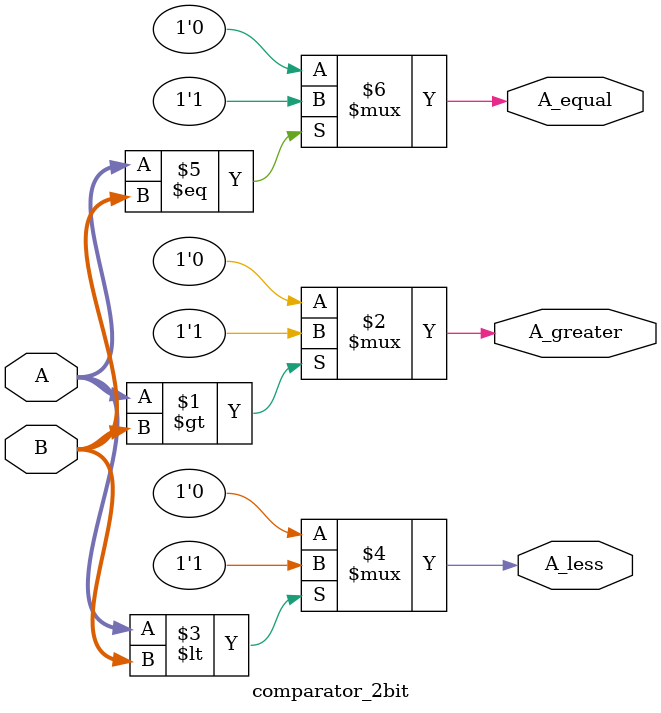
<source format=v>
module comparator_2bit (
    input [1:0] A,   
    input [1:0] B,   
    output A_greater, 
    output A_less,    
    output A_equal    );

assign A_greater = (A > B) ? 1'b1 : 1'b0;  // A greater than B
assign A_less = (A < B) ? 1'b1 : 1'b0;     // A less than B
assign A_equal = (A == B) ? 1'b1 : 1'b0;   // A equal to B

endmodule

</source>
